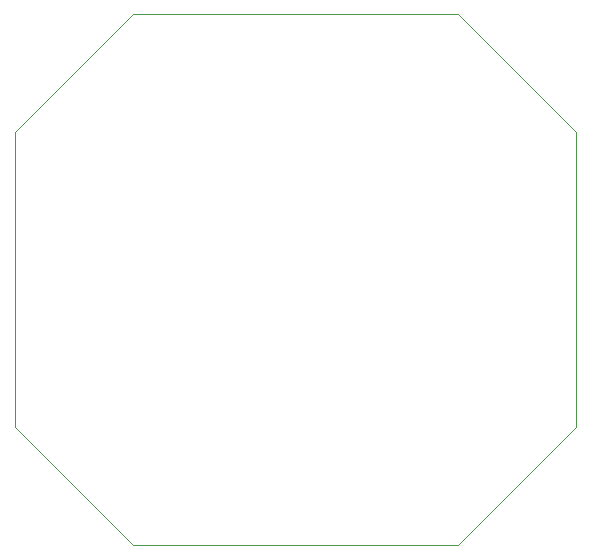
<source format=gko>
G04 Layer_Color=16711935*
%FSLAX25Y25*%
%MOIN*%
G70*
G01*
G75*
%ADD43C,0.00394*%
D43*
X0Y39370D02*
Y137795D01*
Y39370D02*
X39370Y0D01*
X147638D01*
X187008Y39370D01*
Y137795D01*
X147638Y177165D02*
X187008Y137795D01*
X39370Y177165D02*
X147638D01*
X0Y137795D02*
X39370Y177165D01*
X0Y137795D02*
X0D01*
M02*

</source>
